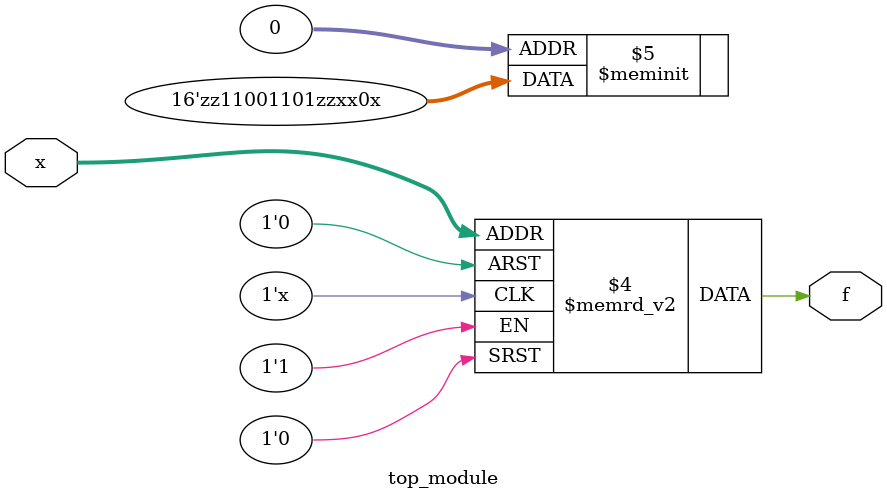
<source format=sv>
module top_module (
	input [4:1] x,
	output logic f
);

always_comb begin
    case (x)
        4'b00_00: f = 1'bx;
        4'b00_01: f = 1'b0;
        4'b00_10: f = 1'bx;
        4'b00_11: f = 1'bx;
        4'b01_00: f = 1'bz;
        4'b01_01: f = 1'bz;
        4'b01_10: f = 1'b1;
        4'b01_11: f = 1'b0;
        4'b10_00: f = 1'b1;
        4'b10_01: f = 1'b1;
        4'b10_10: f = 1'b0;
        4'b10_11: f = 1'b0;
        4'b11_00: f = 1'b1;
        4'b11_01: f = 1'b1;
        4'b11_10: f = 1'bz;
        4'b11_11: f = 1'bz;
        default: f = 1'bz; // Handle don't-cares
    endcase
end

endmodule

</source>
